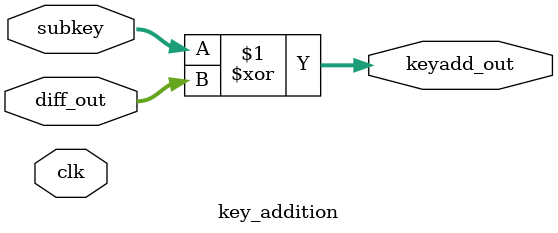
<source format=v>
`timescale 1ns / 1ps
module key_addition(clk, subkey, diff_out, keyadd_out);
input clk;
input [127:0] subkey, diff_out;
output [127:0] keyadd_out;

assign keyadd_out = subkey ^ diff_out;  
endmodule

</source>
